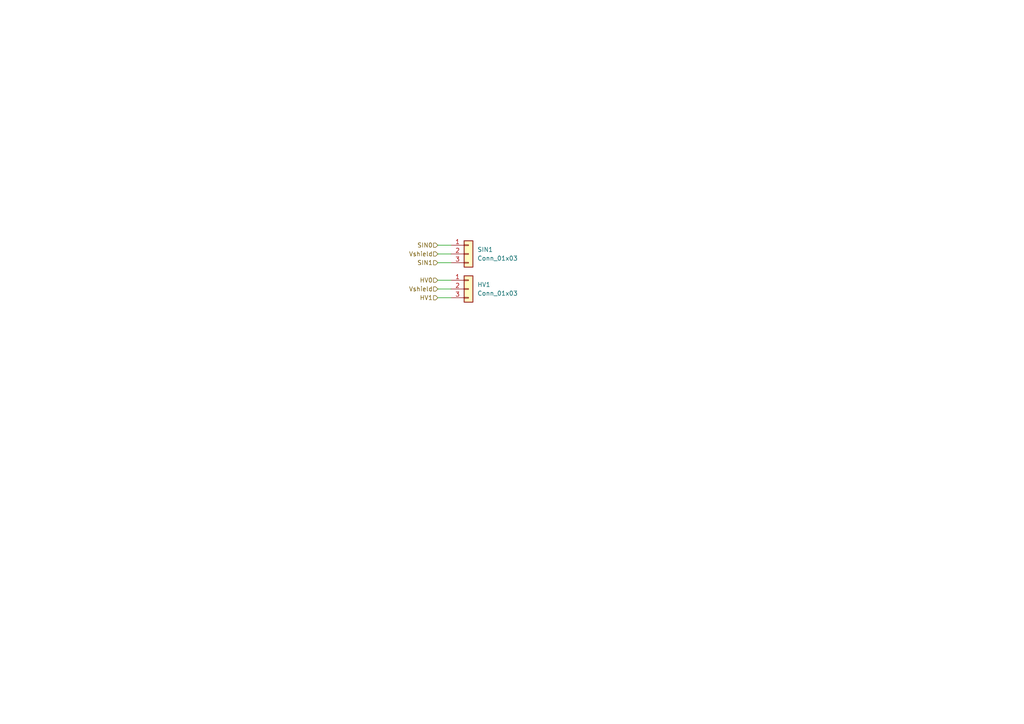
<source format=kicad_sch>
(kicad_sch (version 20211123) (generator eeschema)
  (paper "A4")
  (lib_symbols
    (symbol "Connector_Generic:Conn_01x03" (pin_names (offset 1.016) hide)
      (property "Reference" "J" (at 0 5.08 0))
      (property "Value" "Conn_01x03" (at 0 -5.08 0))
      (symbol "Conn_01x03_1_1"
        (rectangle (start -1.27 -2.413) (end 0 -2.667) (stroke (width 0.1524)))
        (rectangle (start -1.27 0.127) (end 0 -0.127) (stroke (width 0.1524)))
        (rectangle (start -1.27 2.667) (end 0 2.413) (stroke (width 0.1524)))
        (rectangle (start -1.27 3.81) (end 1.27 -3.81) (stroke (width 0.254)) (fill (type background)))
        (pin passive line (at -5.08 2.54 0) (length 3.81) (name "Pin_1") (number "1"))
        (pin passive line (at -5.08 0 0) (length 3.81) (name "Pin_2") (number "2"))
        (pin passive line (at -5.08 -2.54 0) (length 3.81) (name "Pin_3") (number "3"))
      )
    )
  )
  (wire (pts (xy 127 73.66) (xy 130.81 73.66)))
  (wire (pts (xy 127 81.28) (xy 130.81 81.28)))
  (wire (pts (xy 127 71.12) (xy 130.81 71.12)))
  (wire (pts (xy 127 76.2) (xy 130.81 76.2)))
  (wire (pts (xy 127 86.36) (xy 130.81 86.36)))
  (wire (pts (xy 127 83.82) (xy 130.81 83.82)))
  (hierarchical_label "Vshield" (shape input) (at 127 73.66 180))
  (hierarchical_label "HV1" (shape input) (at 127 86.36 180))
  (hierarchical_label "Vshield" (shape input) (at 127 83.82 180))
  (hierarchical_label "HV0" (shape input) (at 127 81.28 180))
  (hierarchical_label "SIN0" (shape input) (at 127 71.12 180))
  (hierarchical_label "SIN1" (shape input) (at 127 76.2 180))
  (symbol (lib_id "Connector_Generic:Conn_01x03") (at 135.89 73.66 0) (unit 1)
    (property "Reference" "SIN1" (at 138.43 72.3931 0) (effects (justify left)))
    (property "Value" "Conn_01x03" (at 138.43 74.93 0) (effects (justify left)))
    (property "Footprint" "Connector_PinHeader_2.54mm:PinHeader_1x03_P2.54mm_Vertical" (effects hide))
  )
  (symbol (lib_id "Connector_Generic:Conn_01x03") (at 135.89 83.82 0) (unit 1)
    (property "Reference" "HV1" (at 138.43 82.5531 0) (effects (justify left)))
    (property "Value" "Conn_01x03" (at 138.43 85.09 0) (effects (justify left)))
    (property "Footprint" "Connector_PinHeader_2.54mm:PinHeader_1x03_P2.54mm_Vertical" (effects hide))
  )
)
</source>
